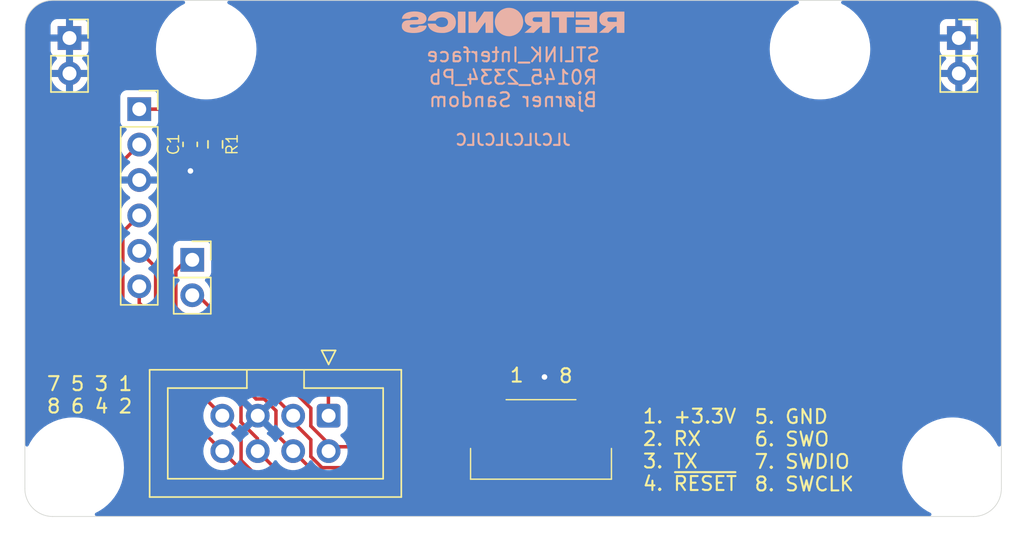
<source format=kicad_pcb>
(kicad_pcb (version 20221018) (generator pcbnew)
  (layers (0 "F.Cu" signal) (31 "B.Cu" signal) (34 "B.Paste" user) (35 "F.Paste" user) (36 "B.SilkS" user "B.Silkscreen") (37 "F.SilkS" user "F.Silkscreen") (38 "B.Mask" user) (39 "F.Mask" user) (44 "Edge.Cuts" user))
  (net 0 "")
  (net 1 "GND")
  (net 2 "RX")
  (net 3 "TX")
  (net 4 "SWO")
  (net 5 "NRST")
  (net 6 "SWDIO")
  (net 7 "SWCLK")
  (net 8 "+3.3V")
  (net 9 "Net-(J4-Pin_1)")
  (footprint "Connector_PinSocket_2.54mm:PinSocket_1x02_P2.54mm_Vertical" (layer "F.Cu") (at 256.95 72.7)
    (fp_text reference "J1" hide)
    (fp_text value "CN11")
    (fp_line (start -1.33 1.27) (end -1.33 3.87) (stroke (width 0.12)) (layer "F.SilkS"))
    (fp_line (start -1.33 1.27) (end 1.33 1.27) (stroke (width 0.12)) (layer "F.SilkS"))
    (fp_line (start -1.33 3.87) (end 1.33 3.87) (stroke (width 0.12)) (layer "F.SilkS"))
    (fp_line (start 0 -1.33) (end 1.33 -1.33) (stroke (width 0.12)) (layer "F.SilkS"))
    (fp_line (start 1.33 -1.33) (end 1.33 0) (stroke (width 0.12)) (layer "F.SilkS"))
    (fp_line (start 1.33 1.27) (end 1.33 3.87) (stroke (width 0.12)) (layer "F.SilkS"))
    (pad "1" thru_hole rect (at 0 0) (size 1.7 1.7) (drill 1) (layers "*.Cu" "*.Mask") (net 1 "GND"))
    (pad "2" thru_hole oval (at 0 2.54) (size 1.7 1.7) (drill 1) (layers "*.Cu" "*.Mask") (net 1 "GND"))
  )
  (footprint "Connector_PinSocket_2.54mm:PinSocket_1x02_P2.54mm_Vertical" (layer "F.Cu") (at 202 88.6)
    (fp_text reference "J2" hide)
    (fp_text value "CN3")
    (fp_line (start -1.33 1.27) (end -1.33 3.87) (stroke (width 0.12)) (layer "F.SilkS"))
    (fp_line (start -1.33 1.27) (end 1.33 1.27) (stroke (width 0.12)) (layer "F.SilkS"))
    (fp_line (start -1.33 3.87) (end 1.33 3.87) (stroke (width 0.12)) (layer "F.SilkS"))
    (fp_line (start 0 -1.33) (end 1.33 -1.33) (stroke (width 0.12)) (layer "F.SilkS"))
    (fp_line (start 1.33 -1.33) (end 1.33 0) (stroke (width 0.12)) (layer "F.SilkS"))
    (fp_line (start 1.33 1.27) (end 1.33 3.87) (stroke (width 0.12)) (layer "F.SilkS"))
    (pad "1" thru_hole rect (at 0 0) (size 1.7 1.7) (drill 1) (layers "*.Cu" "*.Mask") (net 3 "TX"))
    (pad "2" thru_hole oval (at 0 2.54) (size 1.7 1.7) (drill 1) (layers "*.Cu" "*.Mask") (net 2 "RX"))
  )
  (footprint "Connector_PinSocket_2.54mm:PinSocket_1x06_P2.54mm_Vertical" (layer "F.Cu") (at 198.2 77.8)
    (fp_text reference "J4" hide)
    (fp_text value "To Nucleo STLINK Adapter")
    (fp_line (start -1.33 1.27) (end -1.33 14.03) (stroke (width 0.12)) (layer "F.SilkS"))
    (fp_line (start -1.33 1.27) (end 1.33 1.27) (stroke (width 0.12)) (layer "F.SilkS"))
    (fp_line (start -1.33 14.03) (end 1.33 14.03) (stroke (width 0.12)) (layer "F.SilkS"))
    (fp_line (start 0 -1.33) (end 1.33 -1.33) (stroke (width 0.12)) (layer "F.SilkS"))
    (fp_line (start 1.33 -1.33) (end 1.33 0) (stroke (width 0.12)) (layer "F.SilkS"))
    (fp_line (start 1.33 1.27) (end 1.33 14.03) (stroke (width 0.12)) (layer "F.SilkS"))
    (pad "1" thru_hole rect (at 0 0) (size 1.7 1.7) (drill 1) (layers "*.Cu" "*.Mask") (net 9 "Net-(J4-Pin_1)"))
    (pad "2" thru_hole oval (at 0 2.54) (size 1.7 1.7) (drill 1) (layers "*.Cu" "*.Mask") (net 7 "SWCLK"))
    (pad "3" thru_hole oval (at 0 5.08) (size 1.7 1.7) (drill 1) (layers "*.Cu" "*.Mask") (net 1 "GND"))
    (pad "4" thru_hole oval (at 0 7.62) (size 1.7 1.7) (drill 1) (layers "*.Cu" "*.Mask") (net 6 "SWDIO"))
    (pad "5" thru_hole oval (at 0 10.16) (size 1.7 1.7) (drill 1) (layers "*.Cu" "*.Mask") (net 5 "NRST"))
    (pad "6" thru_hole oval (at 0 12.7) (size 1.7 1.7) (drill 1) (layers "*.Cu" "*.Mask") (net 4 "SWO"))
  )
  (footprint "Connector_PinSocket_2.54mm:PinSocket_1x02_P2.54mm_Vertical" (layer "F.Cu") (at 193.2 72.7)
    (fp_text reference "J3" hide)
    (fp_text value "CN12")
    (fp_line (start -1.33 1.27) (end -1.33 3.87) (stroke (width 0.12)) (layer "F.SilkS"))
    (fp_line (start -1.33 1.27) (end 1.33 1.27) (stroke (width 0.12)) (layer "F.SilkS"))
    (fp_line (start -1.33 3.87) (end 1.33 3.87) (stroke (width 0.12)) (layer "F.SilkS"))
    (fp_line (start 0 -1.33) (end 1.33 -1.33) (stroke (width 0.12)) (layer "F.SilkS"))
    (fp_line (start 1.33 -1.33) (end 1.33 0) (stroke (width 0.12)) (layer "F.SilkS"))
    (fp_line (start 1.33 1.27) (end 1.33 3.87) (stroke (width 0.12)) (layer "F.SilkS"))
    (pad "1" thru_hole rect (at 0 0) (size 1.7 1.7) (drill 1) (layers "*.Cu" "*.Mask") (net 1 "GND"))
    (pad "2" thru_hole oval (at 0 2.54) (size 1.7 1.7) (drill 1) (layers "*.Cu" "*.Mask") (net 1 "GND"))
  )
  (footprint "MountingHole:MountingHole_3.2mm_M3" (layer "F.Cu") (at 193.5 103.5)
    (fp_text reference "H1" hide)
    (fp_text value "MountingHole")
    (pad "" np_thru_hole circle (at 0 0) (size 3.2 3.2) (drill 3.2) (layers "*.Cu" "*.Mask"))
  )
  (footprint "MountingHole:MountingHole_3.2mm_M3" (layer "F.Cu") (at 256.5 103.5)
    (fp_text reference "H2" hide)
    (fp_text value "MountingHole")
    (pad "" np_thru_hole circle (at 0 0) (size 3.2 3.2) (drill 3.2) (layers "*.Cu" "*.Mask"))
  )
  (footprint "MountingHole:MountingHole_3.2mm_M3" (layer "F.Cu") (at 203 73.5)
    (fp_text reference "H3" hide)
    (fp_text value "MountingHole")
    (pad "" np_thru_hole circle (at 0 0) (size 3.2 3.2) (drill 3.2) (layers "*.Cu" "*.Mask"))
  )
  (footprint "MountingHole:MountingHole_3.2mm_M3" (layer "F.Cu") (at 247 73.5)
    (fp_text reference "H4" hide)
    (fp_text value "MountingHole")
    (pad "" np_thru_hole circle (at 0 0) (size 3.2 3.2) (drill 3.2) (layers "*.Cu" "*.Mask"))
  )
  (footprint "Connector_IDC:IDC-Header_2x04_P2.54mm_Vertical" (layer "F.Cu") (at 211.775 99.775 -90)
    (fp_text reference "J5" hide)
    (fp_text value "IDC8")
    (fp_line (start -4.68 -0.5) (end -4.68 0.5) (stroke (width 0.12)) (layer "F.SilkS"))
    (fp_line (start -4.68 0.5) (end -3.68 0) (stroke (width 0.12)) (layer "F.SilkS"))
    (fp_line (start -3.68 0) (end -4.68 -0.5) (stroke (width 0.12)) (layer "F.SilkS"))
    (fp_line (start -3.29 -5.21) (end 5.83 -5.21) (stroke (width 0.12)) (layer "F.SilkS"))
    (fp_line (start -3.29 1.76) (end -1.98 1.76) (stroke (width 0.12)) (layer "F.SilkS"))
    (fp_line (start -3.29 12.83) (end -3.29 -5.21) (stroke (width 0.12)) (layer "F.SilkS"))
    (fp_line (start -1.98 -3.91) (end 4.52 -3.91) (stroke (width 0.12)) (layer "F.SilkS"))
    (fp_line (start -1.98 1.76) (end -1.98 -3.91) (stroke (width 0.12)) (layer "F.SilkS"))
    (fp_line (start -1.98 5.86) (end -3.29 5.86) (stroke (width 0.12)) (layer "F.SilkS"))
    (fp_line (start -1.98 5.86) (end -1.98 5.86) (stroke (width 0.12)) (layer "F.SilkS"))
    (fp_line (start -1.98 11.53) (end -1.98 5.86) (stroke (width 0.12)) (layer "F.SilkS"))
    (fp_line (start 4.52 -3.91) (end 4.52 11.53) (stroke (width 0.12)) (layer "F.SilkS"))
    (fp_line (start 4.52 11.53) (end -1.98 11.53) (stroke (width 0.12)) (layer "F.SilkS"))
    (fp_line (start 5.83 -5.21) (end 5.83 12.83) (stroke (width 0.12)) (layer "F.SilkS"))
    (fp_line (start 5.83 12.83) (end -3.29 12.83) (stroke (width 0.12)) (layer "F.SilkS"))
    (pad "1" thru_hole roundrect (at 0 0 270) (size 1.7 1.7) (drill 1) (layers "*.Cu" "*.Mask") (roundrect_rratio 0.1470588235) (net 8 "+3.3V"))
    (pad "2" thru_hole circle (at 2.54 0 270) (size 1.7 1.7) (drill 1) (layers "*.Cu" "*.Mask") (net 2 "RX"))
    (pad "3" thru_hole circle (at 0 2.54 270) (size 1.7 1.7) (drill 1) (layers "*.Cu" "*.Mask") (net 3 "TX"))
    (pad "4" thru_hole circle (at 2.54 2.54 270) (size 1.7 1.7) (drill 1) (layers "*.Cu" "*.Mask") (net 5 "NRST"))
    (pad "5" thru_hole circle (at 0 5.08 270) (size 1.7 1.7) (drill 1) (layers "*.Cu" "*.Mask") (net 1 "GND"))
    (pad "6" thru_hole circle (at 2.54 5.08 270) (size 1.7 1.7) (drill 1) (layers "*.Cu" "*.Mask") (net 4 "SWO"))
    (pad "7" thru_hole circle (at 0 7.62 270) (size 1.7 1.7) (drill 1) (layers "*.Cu" "*.Mask") (net 6 "SWDIO"))
    (pad "8" thru_hole circle (at 2.54 7.62 270) (size 1.7 1.7) (drill 1) (layers "*.Cu" "*.Mask") (net 7 "SWCLK"))
  )
  (footprint "Resistor_SMD:R_0603_1608Metric_Pad0.98x0.95mm_HandSolder" (layer "F.Cu") (at 203.65 80.325 -90)
    (fp_text reference "R1" (at 0 -1.2 90) (layer "F.SilkS") (effects (font (size 0.8 0.8) (thickness 0.1))))
    (fp_text value "4.7kΩ")
    (fp_line (start -0.254724 -0.5225) (end 0.254724 -0.5225) (stroke (width 0.12)) (layer "F.SilkS"))
    (fp_line (start -0.254724 0.5225) (end 0.254724 0.5225) (stroke (width 0.12)) (layer "F.SilkS"))
    (pad "1" smd roundrect (at -0.9125 0 270) (size 0.975 0.95) (layers "F.Cu" "F.Paste" "F.Mask") (net 9 "Net-(J4-Pin_1)"))
    (pad "2" smd roundrect (at 0.9125 0 270) (size 0.975 0.95) (layers "F.Cu" "F.Paste" "F.Mask") (net 8 "+3.3V"))
  )
  (footprint "Capacitor_SMD:C_0603_1608Metric_Pad1.08x0.95mm_HandSolder" (layer "F.Cu") (at 201.85 80.325 -90)
    (fp_text reference "C1" (at 0 1.2 90) (layer "F.SilkS") (effects (font (size 0.8 0.8) (thickness 0.1))))
    (fp_text value "100nF")
    (fp_line (start -0.146267 -0.51) (end 0.146267 -0.51) (stroke (width 0.12)) (layer "F.SilkS"))
    (fp_line (start -0.146267 0.51) (end 0.146267 0.51) (stroke (width 0.12)) (layer "F.SilkS"))
    (pad "1" smd roundrect (at -0.8625 0 270) (size 1.075 0.95) (layers "F.Cu" "F.Paste" "F.Mask") (net 9 "Net-(J4-Pin_1)"))
    (pad "2" smd roundrect (at 0.8625 0 270) (size 1.075 0.95) (layers "F.Cu" "F.Paste" "F.Mask") (net 1 "GND"))
  )
  (footprint "myDevices:0527450897" (layer "F.Cu") (at 227 101)
    (fp_text reference "J6" hide)
    (fp_text value "FFC8" hide)
    (fp_line (start -5.05 1.125) (end -5.05 3.325) (stroke (width 0.1)) (layer "F.SilkS"))
    (fp_line (start -5.05 3.325) (end 5.05 3.325) (stroke (width 0.1)) (layer "F.SilkS"))
    (fp_line (start -2.5 -2.375) (end 2.5 -2.375) (stroke (width 0.1)) (layer "F.SilkS"))
    (fp_line (start 5.05 3.325) (end 5.05 1.125) (stroke (width 0.1)) (layer "F.SilkS"))
    (pad "1" smd rect (at -1.75 -2.925) (size 0.3 0.8) (layers "F.Cu" "F.Paste" "F.Mask") (net 8 "+3.3V"))
    (pad "2" smd rect (at -1.25 -2.925) (size 0.3 0.8) (layers "F.Cu" "F.Paste" "F.Mask") (net 2 "RX"))
    (pad "3" smd rect (at -0.75 -2.925) (size 0.3 0.8) (layers "F.Cu" "F.Paste" "F.Mask") (net 3 "TX"))
    (pad "4" smd rect (at -0.25 -2.925) (size 0.3 0.8) (layers "F.Cu" "F.Paste" "F.Mask") (net 5 "NRST"))
    (pad "5" smd rect (at 0.25 -2.925) (size 0.3 0.8) (layers "F.Cu" "F.Paste" "F.Mask") (net 1 "GND"))
    (pad "6" smd rect (at 0.75 -2.925) (size 0.3 0.8) (layers "F.Cu" "F.Paste" "F.Mask") (net 4 "SWO"))
    (pad "7" smd rect (at 1.25 -2.925) (size 0.3 0.8) (layers "F.Cu" "F.Paste" "F.Mask") (net 6 "SWDIO"))
    (pad "8" smd rect (at 1.75 -2.925) (size 0.3 0.8) (layers "F.Cu" "F.Paste" "F.Mask") (net 7 "SWCLK"))
    (pad "9" smd rect (at -4.2 -1) (size 2.4 3.05) (layers "F.Cu" "F.Paste" "F.Mask"))
    (pad "10" smd rect (at 4.2 -1) (size 2.4 3.05) (layers "F.Cu" "F.Paste" "F.Mask"))
  )
  (footprint "Icons_Graphics:retronics_logo_18mm" (layer "B.Cu") (at 224.995721 71.525 180)
    (fp_text reference "G***" hide)
    (fp_text value "LOGO" hide)
    (fp_poly (pts (xy 3.955266 -0.805436) (xy 3.40872 -0.805436) (xy 3.40872 0.71914) (xy 3.955266 0.71914)) (fill solid) (layer "B.SilkS"))
    (fp_poly (pts (xy -2.761495 0.302039) (xy -3.293658 0.302039) (xy -3.293658 -0.805436) (xy -3.854587 -0.805436) (xy -3.854587 0.302039) (xy -4.38675 0.302039) (xy -4.38675 0.71914) (xy -2.761495 0.71914)) (fill solid) (layer "B.SilkS"))
    (fp_poly (pts (xy -4.48743 0.302416) (xy -4.98004 0.298632) (xy -5.472651 0.294847) (xy -5.481277 0.129445) (xy -4.48743 0.129445) (xy -4.48743 -0.229747) (xy -4.98004 -0.233531) (xy -5.472651 -0.237316) (xy -5.476998 -0.312825) (xy -5.481345 -0.388335) (xy -4.48743 -0.388335) (xy -4.48743 -0.805436) (xy -6.026388 -0.805436) (xy -6.026388 0.71914) (xy -4.48743 0.71914)) (fill solid) (layer "B.SilkS"))
    (fp_poly (pts (xy 3.192978 -0.805436) (xy 2.872961 -0.805087) (xy 2.552944 -0.804739) (xy 2.280299 -0.423734) (xy 2.214135 -0.332041) (xy 2.152853 -0.248582) (xy 2.098533 -0.176073) (xy 2.053252 -0.117232) (xy 2.019088 -0.074775) (xy 1.998121 -0.051418) (xy 1.992644 -0.047726) (xy 1.987361 -0.063863) (xy 1.98283 -0.10803) (xy 1.979086 -0.1795) (xy 1.976165 -0.277548) (xy 1.974102 -0.401446) (xy 1.973798 -0.429079) (xy 1.969964 -0.805436) (xy 1.423895 -0.805436) (xy 1.423895 0.71914) (xy 1.751104 0.718799) (xy 2.078312 0.718459) (xy 2.344394 0.32352) (xy 2.408635 0.22894) (xy 2.468368 0.142469) (xy 2.521582 0.066903) (xy 2.566267 0.00504) (xy 2.600413 -0.040323) (xy 2.622008 -0.06639) (xy 2.628454 -0.071666) (xy 2.63402 -0.065491) (xy 2.638394 -0.045108) (xy 2.641692 -0.007986) (xy 2.644028 0.048404) (xy 2.645517 0.126594) (xy 2.646275 0.229114) (xy 2.646432 0.323613) (xy 2.646432 0.71914) (xy 3.192978 0.71914)) (fill solid) (layer "B.SilkS"))
    (fp_poly (pts (xy 0.396381 0.986764) (xy 0.497528 0.971676) (xy 0.562636 0.95378) (xy 0.640126 0.926853) (xy 0.717076 0.89555) (xy 0.747204 0.881701) (xy 0.813643 0.847917) (xy 0.867514 0.815016) (xy 0.917634 0.776569) (xy 0.97282 0.726144) (xy 1.007961 0.69154) (xy 1.067562 0.629926) (xy 1.111702 0.578155) (xy 1.14681 0.527411) (xy 1.179317 0.468877) (xy 1.198121 0.430784) (xy 1.25434 0.297431) (xy 1.28943 0.1717) (xy 1.30539 0.04411) (xy 1.305202 -0.077163) (xy 1.283079 -0.246235) (xy 1.235265 -0.405192) (xy 1.163705 -0.551795) (xy 1.070343 -0.683805) (xy 0.957124 -0.798984) (xy 0.825993 -0.895094) (xy 0.678894 -0.969895) (xy 0.517771 -1.02115) (xy 0.477875 -1.029575) (xy 0.394573 -1.041211) (xy 0.303279 -1.047051) (xy 0.215925 -1.04673) (xy 0.144443 -1.039883) (xy 0.143827 -1.039777) (xy -0.027482 -0.996382) (xy -0.185131 -0.928824) (xy -0.327192 -0.838507) (xy -0.451737 -0.726835) (xy -0.556839 -0.595212) (xy -0.623335 -0.48109) (xy -0.685736 -0.326396) (xy -0.721165 -0.16846) (xy -0.730784 -0.010032) (xy -0.715754 0.146135) (xy -0.677238 0.297291) (xy -0.616396 0.440685) (xy -0.534392 0.573564) (xy -0.432388 0.693179) (xy -0.311544 0.796778) (xy -0.173023 0.881609) (xy -0.021575 0.943777) (xy 0.111868 0.975467) (xy 0.254957 0.989999)) (fill solid) (layer "B.SilkS"))
    (fp_poly (pts (xy -7.360391 0.719031) (xy -7.214601 0.718652) (xy -7.078431 0.71761) (xy -6.95497 0.715971) (xy -6.847304 0.713798) (xy -6.758519 0.711157) (xy -6.691704 0.708113) (xy -6.649946 0.704729) (xy -6.644848 0.704014) (xy -6.518565 0.671802) (xy -6.409212 0.618883) (xy -6.318886 0.546699) (xy -6.249684 0.456691) (xy -6.22947 0.418345) (xy -6.211939 0.377559) (xy -6.200811 0.339872) (xy -6.194687 0.296666) (xy -6.192164 0.239323) (xy -6.19179 0.186636) (xy -6.192403 0.11669) (xy -6.195374 0.066614) (xy -6.202402 0.027518) (xy -6.215184 -0.009487) (xy -6.235419 -0.053288) (xy -6.239036 -0.060656) (xy -6.298871 -0.153859) (xy -6.377441 -0.227087) (xy -6.476398 -0.281543) (xy -6.591569 -0.317154) (xy -6.636989 -0.328463) (xy -6.669495 -0.338839) (xy -6.680519 -0.344725) (xy -6.671639 -0.356182) (xy -6.643701 -0.3835) (xy -6.599647 -0.424005) (xy -6.54242 -0.475026) (xy -6.47496 -0.533889) (xy -6.425941 -0.576009) (xy -6.165769 -0.798244) (xy -6.499907 -0.802108) (xy -6.834045 -0.805971) (xy -7.078935 -0.571983) (xy -7.157382 -0.497324) (xy -7.218255 -0.440385) (xy -7.264567 -0.398795) (xy -7.299331 -0.370184) (xy -7.325559 -0.35218) (xy -7.346265 -0.342412) (xy -7.364461 -0.338509) (xy -7.376268 -0.337995) (xy -7.428709 -0.337995) (xy -7.432661 -0.571715) (xy -7.436613 -0.805436) (xy -7.982447 -0.805436) (xy -7.982447 -0.014382) (xy -7.436843 -0.014382) (xy -7.159503 -0.01436) (xy -7.059696 -0.013999) (xy -6.984202 -0.012707) (xy -6.928572 -0.010142) (xy -6.888359 -0.005962) (xy -6.859117 0.000174) (xy -6.836397 0.008608) (xy -6.831824 0.01081) (xy -6.786806 0.047738) (xy -6.760221 0.099328) (xy -6.752345 0.15793) (xy -6.763456 0.215893) (xy -6.79383 0.265568) (xy -6.821768 0.288427) (xy -6.839827 0.298198) (xy -6.860415 0.305321) (xy -6.887956 0.310128) (xy -6.926872 0.312951) (xy -6.981587 0.314122) (xy -7.056522 0.313973) (xy -7.148245 0.312941) (xy -7.428709 0.30923) (xy -7.436843 -0.014382) (xy -7.982447 -0.014382) (xy -7.982447 0.71914)) (fill solid) (layer "B.SilkS"))
    (fp_poly (pts (xy -2.009995 0.719031) (xy -1.864205 0.718652) (xy -1.728035 0.71761) (xy -1.604574 0.715971) (xy -1.496907 0.713798) (xy -1.408123 0.711157) (xy -1.341308 0.708113) (xy -1.299549 0.704729) (xy -1.294451 0.704014) (xy -1.168169 0.671802) (xy -1.058815 0.618883) (xy -0.968489 0.546699) (xy -0.899288 0.456691) (xy -0.879074 0.418345) (xy -0.861542 0.377559) (xy -0.850415 0.339872) (xy -0.844291 0.296666) (xy -0.841767 0.239323) (xy -0.841393 0.186636) (xy -0.842006 0.11669) (xy -0.844978 0.066614) (xy -0.852005 0.027518) (xy -0.864788 -0.009487) (xy -0.885023 -0.053288) (xy -0.88864 -0.060656) (xy -0.948474 -0.153859) (xy -1.027045 -0.227087) (xy -1.126002 -0.281543) (xy -1.241172 -0.317154) (xy -1.286593 -0.328463) (xy -1.319099 -0.338839) (xy -1.330123 -0.344725) (xy -1.321243 -0.356182) (xy -1.293305 -0.3835) (xy -1.249251 -0.424005) (xy -1.192023 -0.475026) (xy -1.124563 -0.533889) (xy -1.075544 -0.576009) (xy -0.815373 -0.798244) (xy -1.149511 -0.802108) (xy -1.483649 -0.805971) (xy -1.728539 -0.571983) (xy -1.806986 -0.497324) (xy -1.867859 -0.440385) (xy -1.914171 -0.398795) (xy -1.948934 -0.370184) (xy -1.975163 -0.35218) (xy -1.995869 -0.342412) (xy -2.014065 -0.338509) (xy -2.025871 -0.337995) (xy -2.078313 -0.337995) (xy -2.082265 -0.571715) (xy -2.086217 -0.805436) (xy -2.63205 -0.805436) (xy -2.63205 -0.014382) (xy -2.086447 -0.014382) (xy -1.809107 -0.01436) (xy -1.7093 -0.013999) (xy -1.633805 -0.012707) (xy -1.578175 -0.010142) (xy -1.537963 -0.005962) (xy -1.508721 0.000174) (xy -1.486001 0.008608) (xy -1.481427 0.01081) (xy -1.43641 0.047738) (xy -1.409824 0.099328) (xy -1.401948 0.15793) (xy -1.413059 0.215893) (xy -1.443434 0.265568) (xy -1.471371 0.288427) (xy -1.489431 0.298198) (xy -1.510019 0.305321) (xy -1.53756 0.310128) (xy -1.576476 0.312951) (xy -1.63119 0.314122) (xy -1.706125 0.313973) (xy -1.797849 0.312941) (xy -2.078313 0.30923) (xy -2.086447 -0.014382) (xy -2.63205 -0.014382) (xy -2.63205 0.71914)) (fill solid) (layer "B.SilkS"))
    (fp_poly (pts (xy 5.268274 0.720805) (xy 5.371739 0.711055) (xy 5.443782 0.698824) (xy 5.596378 0.655029) (xy 5.733297 0.595551) (xy 5.852418 0.522209) (xy 5.95162 0.436823) (xy 6.028782 0.341212) (xy 6.081785 0.237196) (xy 6.108259 0.128723) (xy 6.11669 0.057531) (xy 5.828 0.057531) (xy 5.730006 0.057648) (xy 5.65695 0.058251) (xy 5.605004 0.059722) (xy 5.570341 0.062442) (xy 5.549132 0.066794) (xy 5.537551 0.073158) (xy 5.53177 0.081916) (xy 5.529881 0.087242) (xy 5.514767 0.116084) (xy 5.487985 0.153286) (xy 5.476271 0.167271) (xy 5.406635 0.226219) (xy 5.318218 0.26996) (xy 5.217096 0.297759) (xy 5.109346 0.308883) (xy 5.001045 0.302599) (xy 4.89827 0.278174) (xy 4.825424 0.245818) (xy 4.753806 0.190247) (xy 4.701546 0.117959) (xy 4.669761 0.034478) (xy 4.659567 -0.054672) (xy 4.67208 -0.143965) (xy 4.708419 -0.227877) (xy 4.724795 -0.252067) (xy 4.782225 -0.306774) (xy 4.860097 -0.348939) (xy 4.9526 -0.37777) (xy 5.053922 -0.392478) (xy 5.158248 -0.392272) (xy 5.259768 -0.37636) (xy 5.352668 -0.343951) (xy 5.362999 -0.338897) (xy 5.420507 -0.302334) (xy 5.473028 -0.255952) (xy 5.512822 -0.207423) (xy 5.529881 -0.173538) (xy 5.534211 -0.163455) (xy 5.542451 -0.155955) (xy 5.558431 -0.150657) (xy 5.585978 -0.147179) (xy 5.628922 -0.145139) (xy 5.69109 -0.144156) (xy 5.776311 -0.143848) (xy 5.827868 -0.143828) (xy 6.116425 -0.143828) (xy 6.109362 -0.206486) (xy 6.093734 -0.27431) (xy 6.063443 -0.352286) (xy 6.023388 -0.429483) (xy 5.982013 -0.490562) (xy 5.907191 -0.566575) (xy 5.809642 -0.637222) (xy 5.695323 -0.699256) (xy 5.570196 -0.74943) (xy 5.443884 -0.783748) (xy 5.365682 -0.796097) (xy 5.269733 -0.805505) (xy 5.16505 -0.811621) (xy 5.060646 -0.814093) (xy 4.965533 -0.812569) (xy 4.888724 -0.806698) (xy 4.881345 -0.80571) (xy 4.713206 -0.771125) (xy 4.560767 -0.717984) (xy 4.426259 -0.647576) (xy 4.31191 -0.561188) (xy 4.219949 -0.46011) (xy 4.180987 -0.400914) (xy 4.13122 -0.28819) (xy 4.102556 -0.16259) (xy 4.094832 -0.030609) (xy 4.107882 0.101257) (xy 4.141545 0.226515) (xy 4.195657 0.338669) (xy 4.199779 0.345196) (xy 4.276612 0.440297) (xy 4.377709 0.526182) (xy 4.499395 0.600485) (xy 4.637995 0.660841) (xy 4.739127 0.692469) (xy 4.820045 0.708175) (xy 4.921365 0.718933) (xy 5.035141 0.724672) (xy 5.153426 0.72532)) (fill solid) (layer "B.SilkS"))
    (fp_poly (pts (xy 7.230945 0.722033) (xy 7.354879 0.706754) (xy 7.457522 0.687737) (xy 7.546287 0.663146) (xy 7.628588 0.631144) (xy 7.663413 0.614853) (xy 7.772486 0.54829) (xy 7.859135 0.467067) (xy 7.921748 0.373128) (xy 7.958713 0.26842) (xy 7.961336 0.255295) (xy 7.971264 0.201359) (xy 7.405277 0.201359) (xy 7.370302 0.242925) (xy 7.320652 0.285344) (xy 7.251975 0.315509) (xy 7.161267 0.334448) (xy 7.082134 0.341629) (xy 6.981857 0.342618) (xy 6.904014 0.332441) (xy 6.844152 0.310157) (xy 6.806653 0.283377) (xy 6.778837 0.242457) (xy 6.776172 0.198685) (xy 6.798288 0.159741) (xy 6.81319 0.147755) (xy 6.828411 0.139798) (xy 6.849451 0.133413) (xy 6.879841 0.128309) (xy 6.923112 0.124188) (xy 6.982796 0.120759) (xy 7.062423 0.117725) (xy 7.165525 0.114793) (xy 7.226695 0.11328) (xy 7.344603 0.110214) (xy 7.437913 0.107086) (xy 7.510791 0.10355) (xy 7.567404 0.099257) (xy 7.611917 0.093858) (xy 7.648497 0.087005) (xy 7.68131 0.078351) (xy 7.69479 0.074154) (xy 7.789567 0.033538) (xy 7.862556 -0.021831) (xy 7.918697 -0.096078) (xy 7.934721 -0.126143) (xy 7.956286 -0.174792) (xy 7.96839 -0.218214) (xy 7.973405 -0.268381) (xy 7.973888 -0.323612) (xy 7.968398 -0.410971) (xy 7.954497 -0.477174) (xy 7.948457 -0.49293) (xy 7.906479 -0.562329) (xy 7.846533 -0.629893) (xy 7.778133 -0.68529) (xy 7.762175 -0.695241) (xy 7.664518 -0.740197) (xy 7.543949 -0.77537) (xy 7.404796 -0.800222) (xy 7.251388 -0.814218) (xy 7.088053 -0.816819) (xy 6.919118 -0.80749) (xy 6.884725 -0.804112) (xy 6.728667 -0.778744) (xy 6.587074 -0.737823) (xy 6.463547 -0.682765) (xy 6.361683 -0.614986) (xy 6.328222 -0.585035) (xy 6.277556 -0.525169) (xy 6.236095 -0.456887) (xy 6.208434 -0.389111) (xy 6.199121 -0.334399) (xy 6.19898 -0.287655) (xy 6.747383 -0.287655) (xy 6.782609 -0.329519) (xy 6.831616 -0.369759) (xy 6.902836 -0.399339) (xy 6.998079 -0.418831) (xy 7.094145 -0.427618) (xy 7.206625 -0.428876) (xy 7.293285 -0.418662) (xy 7.354804 -0.396695) (xy 7.39186 -0.362697) (xy 7.405131 -0.316388) (xy 7.40455 -0.299788) (xy 7.395173 -0.263102) (xy 7.370235 -0.238074) (xy 7.349603 -0.226551) (xy 7.327978 -0.217654) (xy 7.300889 -0.211082) (xy 7.263947 -0.206504) (xy 7.212763 -0.203587) (xy 7.142948 -0.202) (xy 7.050113 -0.201412) (xy 7.016244 -0.201381) (xy 6.857422 -0.199599) (xy 6.724161 -0.193858) (xy 6.61345 -0.183524) (xy 6.522276 -0.167964) (xy 6.447628 -0.146545) (xy 6.386494 -0.118633) (xy 6.335862 -0.083596) (xy 6.301965 -0.051174) (xy 6.244563 0.031314) (xy 6.210995 0.125143) (xy 6.201485 0.225217) (xy 6.216259 0.326437) (xy 6.255545 0.423709) (xy 6.279205 0.461865) (xy 6.344186 0.532317) (xy 6.433269 0.593627) (xy 6.542984 0.644846) (xy 6.669859 0.685024) (xy 6.810423 0.713213) (xy 6.961205 0.728464) (xy 7.118733 0.729828)) (fill solid) (layer "B.SilkS"))
  )
  (gr_line (start 190 105) (end 190 72) (stroke (width 0.05)) (layer "Edge.Cuts"))
  (gr_line (start 192 70) (end 258 70) (stroke (width 0.05)) (layer "Edge.Cuts"))
  (gr_arc (start 260 105) (mid 259.414214 106.414214) (end 258 107) (stroke (width 0.05)) (layer "Edge.Cuts"))
  (gr_arc (start 190 72) (mid 190.585786 70.585786) (end 192 70) (stroke (width 0.05)) (layer "Edge.Cuts"))
  (gr_arc (start 258 70) (mid 259.414214 70.585786) (end 260 72) (stroke (width 0.05)) (layer "Edge.Cuts"))
  (gr_line (start 258 107) (end 192 107) (stroke (width 0.05)) (layer "Edge.Cuts"))
  (gr_arc (start 192 107) (mid 190.585786 106.414214) (end 190 105) (stroke (width 0.05)) (layer "Edge.Cuts"))
  (gr_line (start 260 72) (end 260 105) (stroke (width 0.05)) (layer "Edge.Cuts"))
  (gr_text "JLCJLCJLCJLC" (at 225 80) (layer "B.SilkS") (effects (font (size 0.8 0.8)) (justify mirror)))
  (gr_text locked "STLINK_Interface\nR0145_2334_Pb\nBjørner Sandom" (at 225 75.521443) (layer "B.SilkS") (effects (font (size 1 1)) (justify mirror)))
  (gr_text "5. GND\n6. SWO\n7. SWDIO\n8. SWCLK" (at 242.22 102.26) (layer "F.SilkS") (effects (font (size 1 1)) (justify left)))
  (gr_text "1" (at 224.69 97.46) (layer "F.SilkS") (effects (font (size 1 1)) (justify left bottom)))
  (gr_text "8" (at 228.2 97.5) (layer "F.SilkS") (effects (font (size 1 1)) (justify left bottom)))
  (gr_text "1. +3.3V\n2. RX\n3. TX\n4. ~{RESET}" (at 234.22 102.23) (layer "F.SilkS") (effects (font (size 1 1)) (justify left)))
  (gr_text "7 5 3 1\n8 6 4 2" (at 194.64 98.29) (layer "F.SilkS") (effects (font (size 1 1))))
  (segment (start 201.85 82.21) (end 201.87 82.23) (width 0.25) (layer "F.Cu") (net 1))
  (segment (start 227.25 98.075) (end 227.25 97) (width 0.25) (layer "F.Cu") (net 1))
  (segment (start 201.85 81.1875) (end 201.85 82.21) (width 0.25) (layer "F.Cu") (net 1))
  (via (at 201.87 82.23) (size 0.8) (drill 0.4) (layers "F.Cu" "B.Cu") (net 1))
  (via (at 227.25 97) (size 0.8) (drill 0.4) (layers "F.Cu" "B.Cu") (net 1))
  (segment (start 212.04 102) (end 211.75 102.29) (width 0.25) (layer "F.Cu") (net 2))
  (segment (start 210.5 100.513173) (end 210.5 99.24) (width 0.25) (layer "F.Cu") (net 2))
  (segment (start 211.75 102.29) (end 211.75 101.763173) (width 0.25) (layer "F.Cu") (net 2))
  (segment (start 211.75 101.763173) (end 210.5 100.513173) (width 0.25) (layer "F.Cu") (net 2))
  (segment (start 224.5 102) (end 212.04 102) (width 0.25) (layer "F.Cu") (net 2))
  (segment (start 210.5 99.24) (end 202 90.74) (width 0.25) (layer "F.Cu") (net 2))
  (segment (start 225.75 100.75) (end 224.5 102) (width 0.25) (layer "F.Cu") (net 2))
  (segment (start 225.75 98.075) (end 225.75 100.75) (width 0.25) (layer "F.Cu") (net 2))
  (segment (start 226.25 98.075) (end 226.25 101.25) (width 0.25) (layer "F.Cu") (net 3))
  (segment (start 210.5 102.701701) (end 210.5 101.5) (width 0.25) (layer "F.Cu") (net 3))
  (segment (start 226.25 101.25) (end 224 103.5) (width 0.25) (layer "F.Cu") (net 3))
  (segment (start 210.5 101.5) (end 209.21 100.21) (width 0.25) (layer "F.Cu") (net 3))
  (segment (start 209.21 100.21) (end 209.21 99.75) (width 0.25) (layer "F.Cu") (net 3))
  (segment (start 224 103.5) (end 211.298299 103.5) (width 0.25) (layer "F.Cu") (net 3))
  (segment (start 200.825 89.375) (end 202 88.2) (width 0.25) (layer "F.Cu") (net 3))
  (segment (start 209.21 99.75) (end 202 92.54) (width 0.25) (layer "F.Cu") (net 3))
  (segment (start 211.298299 103.5) (end 210.5 102.701701) (width 0.25) (layer "F.Cu") (net 3))
  (segment (start 202 92.54) (end 201.34 92.54) (width 0.25) (layer "F.Cu") (net 3))
  (segment (start 200.825 92.025) (end 200.825 89.375) (width 0.25) (layer "F.Cu") (net 3))
  (segment (start 201.34 92.54) (end 200.825 92.025) (width 0.25) (layer "F.Cu") (net 3))
  (segment (start 227.75 98.075) (end 227.75 101.022792) (width 0.25) (layer "F.Cu") (net 4))
  (segment (start 205.495 100.236701) (end 205.495 98.995) (width 0.25) (layer "F.Cu") (net 4))
  (segment (start 224.272792 104.5) (end 208.88 104.5) (width 0.25) (layer "F.Cu") (net 4))
  (segment (start 208.88 104.5) (end 206.67 102.29) (width 0.25) (layer "F.Cu") (net 4))
  (segment (start 206.67 102.29) (end 206.67 101.411701) (width 0.25) (layer "F.Cu") (net 4))
  (segment (start 198.2 91.7) (end 198.2 90.5) (width 0.25) (layer "F.Cu") (net 4))
  (segment (start 206.67 101.411701) (end 205.495 100.236701) (width 0.25) (layer "F.Cu") (net 4))
  (segment (start 205.495 98.995) (end 198.2 91.7) (width 0.25) (layer "F.Cu") (net 4))
  (segment (start 227.75 101.022792) (end 224.272792 104.5) (width 0.25) (layer "F.Cu") (net 4))
  (segment (start 199.375 89.135) (end 198.2 87.96) (width 0.25) (layer "F.Cu") (net 5))
  (segment (start 207.156701 98.575) (end 206.575 98.575) (width 0.25) (layer "F.Cu") (net 5))
  (segment (start 206.575 98.575) (end 199.375 91.375) (width 0.25) (layer "F.Cu") (net 5))
  (segment (start 224.136396 104) (end 210.92 104) (width 0.25) (layer "F.Cu") (net 5))
  (segment (start 226.75 101.386396) (end 224.136396 104) (width 0.25) (layer "F.Cu") (net 5))
  (segment (start 210.92 104) (end 209.21 102.29) (width 0.25) (layer "F.Cu") (net 5))
  (segment (start 199.375 91.375) (end 199.375 89.135) (width 0.25) (layer "F.Cu") (net 5))
  (segment (start 208 99.418299) (end 207.156701 98.575) (width 0.25) (layer "F.Cu") (net 5))
  (segment (start 226.75 98.075) (end 226.75 101.386396) (width 0.25) (layer "F.Cu") (net 5))
  (segment (start 209.21 102.29) (end 208 101.08) (width 0.25) (layer "F.Cu") (net 5))
  (segment (start 208 101.08) (end 208 99.418299) (width 0.25) (layer "F.Cu") (net 5))
  (segment (start 207.528299 105) (end 205.5 102.971701) (width 0.25) (layer "F.Cu") (net 6))
  (segment (start 224.409188 105) (end 207.528299 105) (width 0.25) (layer "F.Cu") (net 6))
  (segment (start 228.25 101.159188) (end 224.409188 105) (width 0.25) (layer "F.Cu") (net 6))
  (segment (start 205.5 102.971701) (end 205.5 101.12) (width 0.25) (layer "F.Cu") (net 6))
  (segment (start 197.024999 92.644999) (end 197.024999 86.595001) (width 0.25) (layer "F.Cu") (net 6))
  (segment (start 228.25 98.075) (end 228.25 101.159188) (width 0.25) (layer "F.Cu") (net 6))
  (segment (start 205.5 101.12) (end 197.024999 92.644999) (width 0.25) (layer "F.Cu") (net 6))
  (segment (start 197.024999 86.595001) (end 198.2 85.42) (width 0.25) (layer "F.Cu") (net 6))
  (segment (start 196 94.16) (end 196 82.54) (width 0.25) (layer "F.Cu") (net 7))
  (segment (start 196 82.54) (end 198.2 80.34) (width 0.25) (layer "F.Cu") (net 7))
  (segment (start 228.75 98.075) (end 228.75 101.295584) (width 0.25) (layer "F.Cu") (net 7))
  (segment (start 204.13 102.29) (end 196 94.16) (width 0.25) (layer "F.Cu") (net 7))
  (segment (start 224.545584 105.5) (end 207.34 105.5) (width 0.25) (layer "F.Cu") (net 7))
  (segment (start 228.75 101.295584) (end 224.545584 105.5) (width 0.25) (layer "F.Cu") (net 7))
  (segment (start 207.34 105.5) (end 204.13 102.29) (width 0.25) (layer "F.Cu") (net 7))
  (segment (start 225.25 98.075) (end 211.805 98.075) (width 0.25) (layer "F.Cu") (net 8))
  (segment (start 211.76 98.03) (end 211.76 89.3475) (width 0.25) (layer "F.Cu") (net 8))
  (segment (start 211.805 98.075) (end 211.76 98.03) (width 0.25) (layer "F.Cu") (net 8))
  (segment (start 211.76 99.76) (end 211.76 98.03) (width 0.25) (layer "F.Cu") (net 8))
  (segment (start 211.775 99.775) (end 211.76 99.76) (width 0.25) (layer "F.Cu") (net 8))
  (segment (start 211.76 89.3475) (end 203.65 81.2375) (width 0.25) (layer "F.Cu") (net 8))
  (segment (start 198.2 77.8) (end 200.1875 77.8) (width 0.25) (layer "F.Cu") (net 9))
  (segment (start 201.9 79.4125) (end 201.85 79.4625) (width 0.25) (layer "F.Cu") (net 9))
  (segment (start 203.65 79.4125) (end 201.9 79.4125) (width 0.25) (layer "F.Cu") (net 9))
  (segment (start 200.1875 77.8) (end 201.85 79.4625) (width 0.25) (layer "F.Cu") (net 9))
  (zone (net 1) (net_name "GND") (layer "B.Cu") (connect_pads (clearance 0.508)) (min_thickness 0.254) (fill yes (thermal_gap 0.508) (thermal_bridge_width 0.508))
    (polygon (pts (xy 260 107) (xy 190 107) (xy 190 70) (xy 260 70)))
  )
)
</source>
